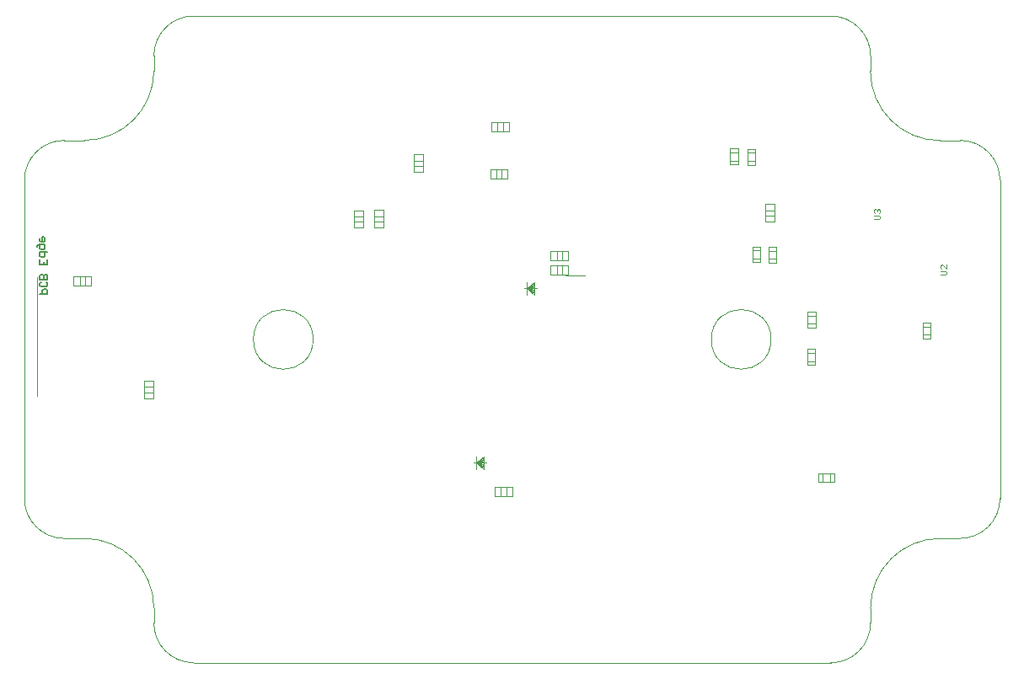
<source format=gbr>
%TF.GenerationSoftware,Altium Limited,Altium Designer,19.1.9 (167)*%
G04 Layer_Color=16711935*
%FSLAX26Y26*%
%MOIN*%
%TF.FileFunction,Other,Mechanical_1*%
%TF.Part,Single*%
G01*
G75*
%TA.AperFunction,NonConductor*%
%ADD92C,0.003937*%
%ADD127C,0.000500*%
%ADD128C,0.001000*%
%ADD129C,0.005906*%
D92*
X50347Y1056638D02*
Y1525142D01*
X3360386Y1755000D02*
X3380064D01*
X3384000Y1758936D01*
Y1766807D01*
X3380064Y1770743D01*
X3360386D01*
X3364321Y1778614D02*
X3360386Y1782550D01*
Y1790422D01*
X3364321Y1794357D01*
X3368257D01*
X3372193Y1790422D01*
Y1786486D01*
Y1790422D01*
X3376128Y1794357D01*
X3380064D01*
X3384000Y1790422D01*
Y1782550D01*
X3380064Y1778614D01*
X3622386Y1535000D02*
X3642064D01*
X3646000Y1538936D01*
Y1546807D01*
X3642064Y1550743D01*
X3622386D01*
X3646000Y1574357D02*
Y1558614D01*
X3630257Y1574357D01*
X3626321D01*
X3622386Y1570422D01*
Y1562550D01*
X3626321Y1558614D01*
D127*
X2953006Y1279778D02*
G03*
X2953006Y1279778I-118110J0D01*
G01*
X1141982D02*
G03*
X1141982Y1279778I-118110J0D01*
G01*
X3346707Y2401825D02*
G03*
X3189227Y2559305I-157480J0D01*
G01*
X669542D02*
G03*
X512061Y2401825I0J-157480D01*
G01*
X236470Y2067179D02*
G03*
X512061Y2342770I0J275591D01*
G01*
X157731Y2067179D02*
G03*
X250Y1909699I-0J-157480D01*
G01*
Y649856D02*
G03*
X157731Y492376I157480J0D01*
G01*
X512061Y216786D02*
G03*
X236470Y492376I-275591J-0D01*
G01*
X512061Y157731D02*
G03*
X669542Y250I157480J-0D01*
G01*
X3189227D02*
G03*
X3346707Y157730I-0J157480D01*
G01*
X3622297Y492376D02*
G03*
X3346707Y216785I0J-275591D01*
G01*
X3701037Y492376D02*
G03*
X3858518Y649856I0J157480D01*
G01*
Y1909699D02*
G03*
X3701037Y2067179I-157480J-0D01*
G01*
X3346000Y2342000D02*
G03*
X3621591Y2066410I275591J0D01*
G01*
X2953006Y1279778D02*
G03*
X2953006Y1279778I-118110J0D01*
G01*
X1141982D02*
G03*
X1141982Y1279778I-118110J0D01*
G01*
X3700268Y2066410D02*
X3701037Y2067179D01*
X3621591Y2066410D02*
X3700268D01*
X669542Y2559305D02*
X3189227D01*
X512061Y2342770D02*
Y2401825D01*
X157731Y2067179D02*
X236471D01*
X250Y649856D02*
Y1909699D01*
X157731Y492376D02*
X236471D01*
X512061Y157730D02*
Y216786D01*
X669542Y250D02*
X3189227D01*
X3346707Y157730D02*
Y216785D01*
X3622297Y492376D02*
X3701037D01*
X3858518Y649856D02*
Y1909699D01*
X2139297Y1532998D02*
X2218037D01*
X3346707Y2342770D02*
Y2401825D01*
D128*
X3552252Y1283504D02*
X3583748D01*
X3552252D02*
Y1346496D01*
X3583748D01*
Y1283504D02*
Y1346496D01*
X3552252Y1330748D02*
Y1346496D01*
X3583748D01*
Y1330748D02*
Y1346496D01*
X3552252Y1330748D02*
X3583748D01*
Y1283504D02*
Y1299252D01*
X3552252Y1283504D02*
X3583748D01*
X3552252D02*
Y1299252D01*
X3583748D01*
X2880252Y1584504D02*
X2911748D01*
X2880252D02*
Y1647496D01*
X2911748D01*
Y1584504D02*
Y1647496D01*
X2880252Y1631748D02*
Y1647496D01*
X2911748D01*
Y1631748D02*
Y1647496D01*
X2880252Y1631748D02*
X2911748D01*
Y1584504D02*
Y1600252D01*
X2880252Y1584504D02*
X2911748D01*
X2880252D02*
Y1600252D01*
X2911748D01*
X2942252Y1646496D02*
X2973748D01*
Y1583504D02*
Y1646496D01*
X2942252Y1583504D02*
X2973748D01*
X2942252D02*
Y1646496D01*
X2973748Y1583504D02*
Y1599252D01*
X2942252Y1583504D02*
X2973748D01*
X2942252D02*
Y1599252D01*
X2973748D01*
X2942252Y1630748D02*
Y1646496D01*
X2973748D01*
Y1630748D02*
Y1646496D01*
X2942252Y1630748D02*
X2973748D01*
X2860252Y2033496D02*
X2891748D01*
Y1970504D02*
Y2033496D01*
X2860252Y1970504D02*
X2891748D01*
X2860252D02*
Y2033496D01*
X2891748Y1970504D02*
Y1986252D01*
X2860252Y1970504D02*
X2891748D01*
X2860252D02*
Y1986252D01*
X2891748D01*
X2860252Y2017748D02*
Y2033496D01*
X2891748D01*
Y2017748D02*
Y2033496D01*
X2860252Y2017748D02*
X2891748D01*
X2791252Y1971504D02*
X2822748D01*
X2791252D02*
Y2034496D01*
X2822748D01*
Y1971504D02*
Y2034496D01*
X2791252Y2018748D02*
Y2034496D01*
X2822748D01*
Y2018748D02*
Y2034496D01*
X2791252Y2018748D02*
X2822748D01*
Y1971504D02*
Y1987252D01*
X2791252Y1971504D02*
X2822748D01*
X2791252D02*
Y1987252D01*
X2822748D01*
X1975961Y1481000D02*
X2025961D01*
X1985961Y1456000D02*
Y1506000D01*
Y1481000D02*
X2015961Y1506000D01*
X1985961Y1481000D02*
X2015961Y1501000D01*
X1985961Y1481000D02*
X2015961Y1496000D01*
X1985961Y1481000D02*
X2015961Y1491000D01*
X1985961Y1481000D02*
X2015961Y1486000D01*
X1985961Y1481000D02*
X2015961Y1456000D01*
X1985961Y1481000D02*
X2015961Y1461000D01*
X1985961Y1481000D02*
X2015961Y1466000D01*
X1985961Y1481000D02*
X2015961Y1471000D01*
X1985961Y1481000D02*
X2015961Y1476000D01*
Y1456000D02*
Y1506000D01*
X195000Y1491500D02*
Y1528500D01*
Y1491500D02*
X264000D01*
Y1528500D01*
X195000D02*
X264000D01*
X240000Y1491500D02*
X264000D01*
Y1528500D01*
X240000D02*
X264000D01*
X240000Y1491500D02*
Y1528500D01*
X195000D02*
X219000D01*
X195000Y1491500D02*
Y1528500D01*
Y1491500D02*
X219000D01*
Y1528500D01*
X474500Y1046500D02*
X511500D01*
X474500D02*
Y1115500D01*
X511500D01*
Y1046500D02*
Y1115500D01*
X474500Y1091500D02*
Y1115500D01*
X511500D01*
Y1091500D02*
Y1115500D01*
X474500Y1091500D02*
X511500D01*
Y1046500D02*
Y1070500D01*
X474500Y1046500D02*
X511500D01*
X474500D02*
Y1070500D01*
X511500D01*
X3203496Y717252D02*
Y748748D01*
X3140504Y717252D02*
X3203496D01*
X3140504D02*
Y748748D01*
X3203496D01*
X3140504Y717252D02*
X3156252D01*
X3140504D02*
Y748748D01*
X3156252D01*
Y717252D02*
Y748748D01*
X3187748D02*
X3203496D01*
Y717252D02*
Y748748D01*
X3187748Y717252D02*
X3203496D01*
X3187748D02*
Y748748D01*
X1541500Y1942500D02*
X1578500D01*
X1541500D02*
Y2011500D01*
X1578500D01*
Y1942500D02*
Y2011500D01*
X1541500Y1987500D02*
Y2011500D01*
X1578500D01*
Y1987500D02*
Y2011500D01*
X1541500Y1987500D02*
X1578500D01*
Y1942500D02*
Y1966500D01*
X1541500Y1942500D02*
X1578500D01*
X1541500D02*
Y1966500D01*
X1578500D01*
X2930500Y1745500D02*
X2967500D01*
X2930500D02*
Y1814500D01*
X2967500D01*
Y1745500D02*
Y1814500D01*
X2930500Y1790500D02*
Y1814500D01*
X2967500D01*
Y1790500D02*
Y1814500D01*
X2930500Y1790500D02*
X2967500D01*
Y1745500D02*
Y1769500D01*
X2930500Y1745500D02*
X2967500D01*
X2930500D02*
Y1769500D01*
X2967500D01*
X1383500Y1746500D02*
X1420500D01*
X1383500Y1722500D02*
Y1746500D01*
Y1722500D02*
X1420500D01*
Y1746500D01*
X1383500Y1767500D02*
X1420500D01*
Y1791500D01*
X1383500D02*
X1420500D01*
X1383500Y1767500D02*
Y1791500D01*
X1420500Y1722500D02*
Y1791500D01*
X1383500D02*
X1420500D01*
X1383500Y1722500D02*
Y1791500D01*
Y1722500D02*
X1420500D01*
X1302500Y1766500D02*
X1339500D01*
Y1790500D01*
X1302500D02*
X1339500D01*
X1302500Y1766500D02*
Y1790500D01*
Y1745500D02*
X1339500D01*
X1302500Y1721500D02*
Y1745500D01*
Y1721500D02*
X1339500D01*
Y1745500D01*
X1302500Y1721500D02*
Y1790500D01*
Y1721500D02*
X1339500D01*
Y1790500D01*
X1302500D02*
X1339500D01*
X1929500Y660500D02*
Y697500D01*
X1860500Y660500D02*
X1929500D01*
X1860500D02*
Y697500D01*
X1929500D01*
X1860500Y660500D02*
X1884500D01*
X1860500D02*
Y697500D01*
X1884500D01*
Y660500D02*
Y697500D01*
X1905500D02*
X1929500D01*
Y660500D02*
Y697500D01*
X1905500Y660500D02*
X1929500D01*
X1905500D02*
Y697500D01*
X1816961Y766000D02*
Y816000D01*
X1786961Y791000D02*
X1816961Y786000D01*
X1786961Y791000D02*
X1816961Y781000D01*
X1786961Y791000D02*
X1816961Y776000D01*
X1786961Y791000D02*
X1816961Y771000D01*
X1786961Y791000D02*
X1816961Y766000D01*
X1786961Y791000D02*
X1816961Y796000D01*
X1786961Y791000D02*
X1816961Y801000D01*
X1786961Y791000D02*
X1816961Y806000D01*
X1786961Y791000D02*
X1816961Y811000D01*
X1786961Y791000D02*
X1816961Y816000D01*
X1786961Y766000D02*
Y816000D01*
X1776961Y791000D02*
X1826961D01*
X3098252Y1372748D02*
X3129748D01*
Y1388496D01*
X3098252D02*
X3129748D01*
X3098252Y1372748D02*
Y1388496D01*
Y1341252D02*
X3129748D01*
X3098252Y1325504D02*
Y1341252D01*
Y1325504D02*
X3129748D01*
Y1341252D01*
X3098252Y1325504D02*
Y1388496D01*
Y1325504D02*
X3129748D01*
Y1388496D01*
X3098252D02*
X3129748D01*
X3096252Y1225748D02*
X3127748D01*
Y1241496D01*
X3096252D02*
X3127748D01*
X3096252Y1225748D02*
Y1241496D01*
Y1194252D02*
X3127748D01*
X3096252Y1178504D02*
Y1194252D01*
Y1178504D02*
X3127748D01*
Y1194252D01*
X3096252Y1178504D02*
Y1241496D01*
Y1178504D02*
X3127748D01*
Y1241496D01*
X3096252D02*
X3127748D01*
X2150500Y1593500D02*
Y1630500D01*
X2081500Y1593500D02*
X2150500D01*
X2081500D02*
Y1630500D01*
X2150500D01*
X2081500Y1593500D02*
X2105500D01*
X2081500D02*
Y1630500D01*
X2105500D01*
Y1593500D02*
Y1630500D01*
X2126500D02*
X2150500D01*
Y1593500D02*
Y1630500D01*
X2126500Y1593500D02*
X2150500D01*
X2126500D02*
Y1630500D01*
X2150500Y1535500D02*
Y1572500D01*
X2081500Y1535500D02*
X2150500D01*
X2081500D02*
Y1572500D01*
X2150500D01*
X2081500Y1535500D02*
X2105500D01*
X2081500D02*
Y1572500D01*
X2105500D01*
Y1535500D02*
Y1572500D01*
X2126500D02*
X2150500D01*
Y1535500D02*
Y1572500D01*
X2126500Y1535500D02*
X2150500D01*
X2126500D02*
Y1572500D01*
X1911500Y1914500D02*
Y1951500D01*
X1842500Y1914500D02*
X1911500D01*
X1842500D02*
Y1951500D01*
X1911500D01*
X1842500Y1914500D02*
X1866500D01*
X1842500D02*
Y1951500D01*
X1866500D01*
Y1914500D02*
Y1951500D01*
X1887500D02*
X1911500D01*
Y1914500D02*
Y1951500D01*
X1887500Y1914500D02*
X1911500D01*
X1887500D02*
Y1951500D01*
X1916500Y2103500D02*
Y2140500D01*
X1847500Y2103500D02*
X1916500D01*
X1847500D02*
Y2140500D01*
X1916500D01*
X1847500Y2103500D02*
X1871500D01*
X1847500D02*
Y2140500D01*
X1871500D01*
Y2103500D02*
Y2140500D01*
X1892500D02*
X1916500D01*
Y2103500D02*
Y2140500D01*
X1892500Y2103500D02*
X1916500D01*
X1892500D02*
Y2140500D01*
D129*
X60583Y1458213D02*
X90101D01*
Y1472972D01*
X85181Y1477891D01*
X75342D01*
X70422Y1472972D01*
Y1458213D01*
X85181Y1507409D02*
X90101Y1502490D01*
Y1492650D01*
X85181Y1487731D01*
X65502D01*
X60583Y1492650D01*
Y1502490D01*
X65502Y1507409D01*
X90101Y1517249D02*
X60583D01*
Y1532008D01*
X65502Y1536928D01*
X70422D01*
X75342Y1532008D01*
Y1517249D01*
Y1532008D01*
X80261Y1536928D01*
X85181D01*
X90101Y1532008D01*
Y1517249D01*
Y1595964D02*
Y1576285D01*
X60583D01*
Y1595964D01*
X75342Y1576285D02*
Y1586124D01*
X90101Y1625482D02*
X60583D01*
Y1610723D01*
X65502Y1605803D01*
X75342D01*
X80261Y1610723D01*
Y1625482D01*
X50743Y1645161D02*
Y1650080D01*
X55663Y1655000D01*
X80261D01*
Y1640241D01*
X75342Y1635321D01*
X65502D01*
X60583Y1640241D01*
Y1655000D01*
Y1679598D02*
Y1669759D01*
X65502Y1664839D01*
X75342D01*
X80261Y1669759D01*
Y1679598D01*
X75342Y1684518D01*
X70422D01*
Y1664839D01*
%TF.MD5,219db1dab0f7c51e3da3f5e0690c8f0c*%
M02*

</source>
